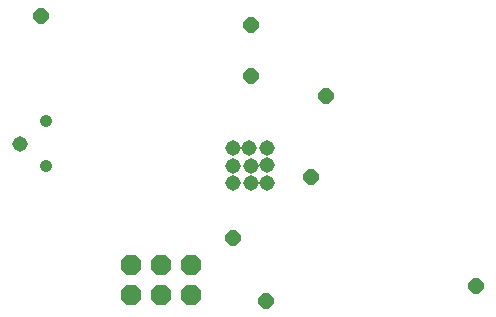
<source format=gbs>
G75*
%MOIN*%
%OFA0B0*%
%FSLAX25Y25*%
%IPPOS*%
%LPD*%
%AMOC8*
5,1,8,0,0,1.08239X$1,22.5*
%
%ADD10C,0.04146*%
%ADD11OC8,0.06940*%
%ADD12OC8,0.05162*%
%ADD13C,0.05162*%
D10*
X0030008Y0076620D03*
X0030008Y0091580D03*
D11*
X0058346Y0033600D03*
X0068346Y0033600D03*
X0078346Y0033600D03*
X0078346Y0043600D03*
X0068346Y0043600D03*
X0058346Y0043600D03*
D12*
X0092346Y0052600D03*
X0118346Y0073100D03*
X0123346Y0100100D03*
X0098346Y0106600D03*
X0098346Y0123600D03*
X0028346Y0126600D03*
X0103346Y0031600D03*
X0173346Y0036600D03*
D13*
X0103846Y0071100D03*
X0098346Y0071100D03*
X0092346Y0071100D03*
X0092346Y0076600D03*
X0098346Y0076600D03*
X0103846Y0077100D03*
X0103846Y0082600D03*
X0097846Y0082600D03*
X0092346Y0082600D03*
X0021346Y0084100D03*
M02*

</source>
